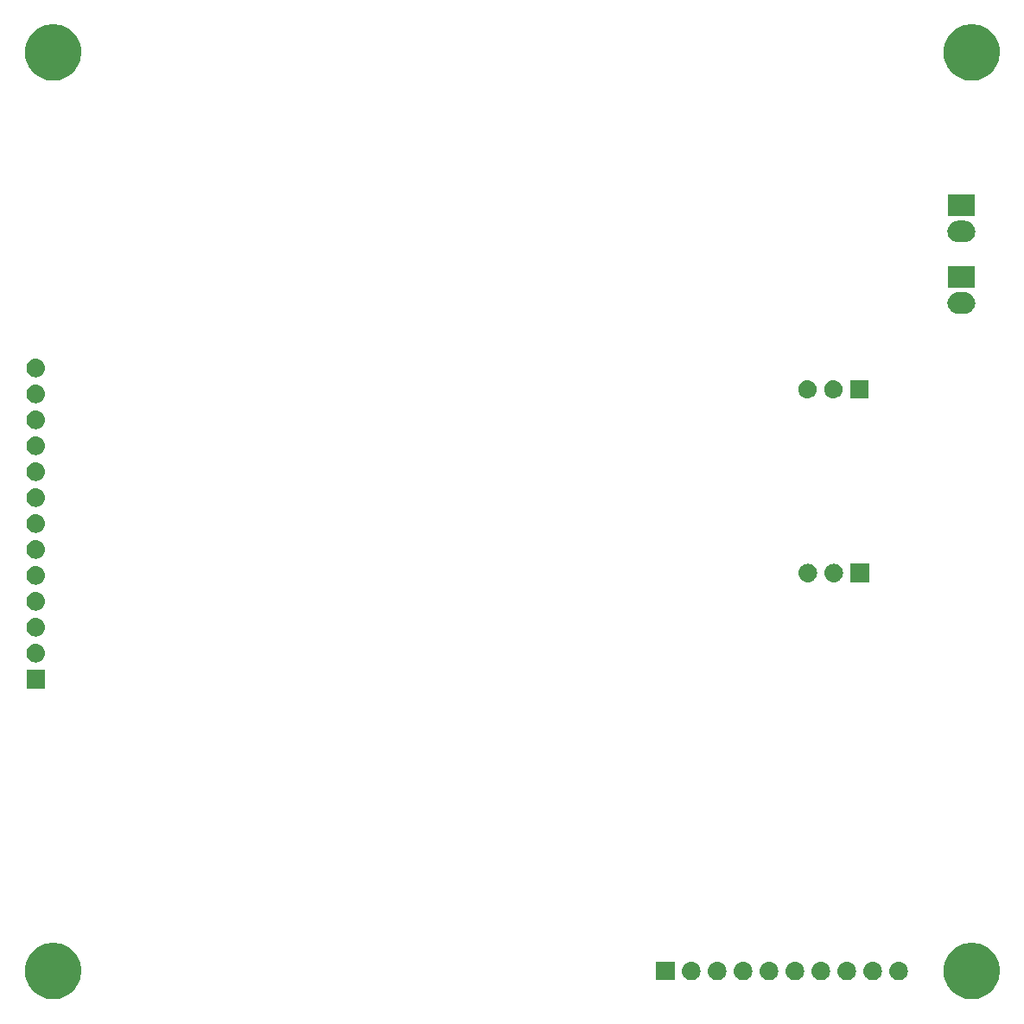
<source format=gbr>
G04 #@! TF.GenerationSoftware,KiCad,Pcbnew,5.1.0-rc2-unknown-d2d2101~82~ubuntu18.10.1*
G04 #@! TF.CreationDate,2019-03-08T15:06:41-05:00*
G04 #@! TF.ProjectId,LTC6811,4c544336-3831-4312-9e6b-696361645f70,rev?*
G04 #@! TF.SameCoordinates,Original*
G04 #@! TF.FileFunction,Soldermask,Bot*
G04 #@! TF.FilePolarity,Negative*
%FSLAX46Y46*%
G04 Gerber Fmt 4.6, Leading zero omitted, Abs format (unit mm)*
G04 Created by KiCad (PCBNEW 5.1.0-rc2-unknown-d2d2101~82~ubuntu18.10.1) date 2019-03-08 15:06:41*
%MOMM*%
%LPD*%
G04 APERTURE LIST*
%ADD10C,0.100000*%
G04 APERTURE END LIST*
D10*
G36*
X95536693Y-92301859D02*
G01*
X95802437Y-92354719D01*
X96303087Y-92562095D01*
X96483561Y-92682684D01*
X96753660Y-92863158D01*
X97136842Y-93246340D01*
X97317316Y-93516439D01*
X97437905Y-93696913D01*
X97645281Y-94197563D01*
X97655159Y-94247222D01*
X97751000Y-94729049D01*
X97751000Y-95270951D01*
X97715186Y-95451000D01*
X97645281Y-95802437D01*
X97437905Y-96303087D01*
X97381521Y-96387471D01*
X97136842Y-96753660D01*
X96753660Y-97136842D01*
X96490774Y-97312496D01*
X96303087Y-97437905D01*
X95802437Y-97645281D01*
X95536693Y-97698141D01*
X95270951Y-97751000D01*
X94729049Y-97751000D01*
X94463306Y-97698140D01*
X94197563Y-97645281D01*
X93696913Y-97437905D01*
X93509226Y-97312496D01*
X93246340Y-97136842D01*
X92863158Y-96753660D01*
X92618479Y-96387471D01*
X92562095Y-96303087D01*
X92354719Y-95802437D01*
X92284814Y-95451000D01*
X92249000Y-95270951D01*
X92249000Y-94729049D01*
X92344841Y-94247222D01*
X92354719Y-94197563D01*
X92562095Y-93696913D01*
X92682684Y-93516439D01*
X92863158Y-93246340D01*
X93246340Y-92863158D01*
X93516439Y-92682684D01*
X93696913Y-92562095D01*
X94197563Y-92354719D01*
X94463307Y-92301859D01*
X94729049Y-92249000D01*
X95270951Y-92249000D01*
X95536693Y-92301859D01*
X95536693Y-92301859D01*
G37*
G36*
X5536693Y-92301859D02*
G01*
X5802437Y-92354719D01*
X6303087Y-92562095D01*
X6483561Y-92682684D01*
X6753660Y-92863158D01*
X7136842Y-93246340D01*
X7317316Y-93516439D01*
X7437905Y-93696913D01*
X7645281Y-94197563D01*
X7655159Y-94247222D01*
X7751000Y-94729049D01*
X7751000Y-95270951D01*
X7715186Y-95451000D01*
X7645281Y-95802437D01*
X7437905Y-96303087D01*
X7381521Y-96387471D01*
X7136842Y-96753660D01*
X6753660Y-97136842D01*
X6490774Y-97312496D01*
X6303087Y-97437905D01*
X5802437Y-97645281D01*
X5536694Y-97698140D01*
X5270951Y-97751000D01*
X4729049Y-97751000D01*
X4463306Y-97698140D01*
X4197563Y-97645281D01*
X3696913Y-97437905D01*
X3509226Y-97312496D01*
X3246340Y-97136842D01*
X2863158Y-96753660D01*
X2618479Y-96387471D01*
X2562095Y-96303087D01*
X2354719Y-95802437D01*
X2284814Y-95451000D01*
X2249000Y-95270951D01*
X2249000Y-94729049D01*
X2344841Y-94247222D01*
X2354719Y-94197563D01*
X2562095Y-93696913D01*
X2682684Y-93516439D01*
X2863158Y-93246340D01*
X3246340Y-92863158D01*
X3516439Y-92682684D01*
X3696913Y-92562095D01*
X4197563Y-92354719D01*
X4463307Y-92301859D01*
X4729049Y-92249000D01*
X5270951Y-92249000D01*
X5536693Y-92301859D01*
X5536693Y-92301859D01*
G37*
G36*
X87970443Y-94105519D02*
G01*
X88036627Y-94112037D01*
X88206466Y-94163557D01*
X88362991Y-94247222D01*
X88398729Y-94276552D01*
X88500186Y-94359814D01*
X88583448Y-94461271D01*
X88612778Y-94497009D01*
X88696443Y-94653534D01*
X88747963Y-94823373D01*
X88765359Y-95000000D01*
X88747963Y-95176627D01*
X88696443Y-95346466D01*
X88612778Y-95502991D01*
X88583448Y-95538729D01*
X88500186Y-95640186D01*
X88398729Y-95723448D01*
X88362991Y-95752778D01*
X88206466Y-95836443D01*
X88036627Y-95887963D01*
X87970443Y-95894481D01*
X87904260Y-95901000D01*
X87815740Y-95901000D01*
X87749557Y-95894481D01*
X87683373Y-95887963D01*
X87513534Y-95836443D01*
X87357009Y-95752778D01*
X87321271Y-95723448D01*
X87219814Y-95640186D01*
X87136552Y-95538729D01*
X87107222Y-95502991D01*
X87023557Y-95346466D01*
X86972037Y-95176627D01*
X86954641Y-95000000D01*
X86972037Y-94823373D01*
X87023557Y-94653534D01*
X87107222Y-94497009D01*
X87136552Y-94461271D01*
X87219814Y-94359814D01*
X87321271Y-94276552D01*
X87357009Y-94247222D01*
X87513534Y-94163557D01*
X87683373Y-94112037D01*
X87749557Y-94105519D01*
X87815740Y-94099000D01*
X87904260Y-94099000D01*
X87970443Y-94105519D01*
X87970443Y-94105519D01*
G37*
G36*
X65901000Y-95901000D02*
G01*
X64099000Y-95901000D01*
X64099000Y-94099000D01*
X65901000Y-94099000D01*
X65901000Y-95901000D01*
X65901000Y-95901000D01*
G37*
G36*
X67650443Y-94105519D02*
G01*
X67716627Y-94112037D01*
X67886466Y-94163557D01*
X68042991Y-94247222D01*
X68078729Y-94276552D01*
X68180186Y-94359814D01*
X68263448Y-94461271D01*
X68292778Y-94497009D01*
X68376443Y-94653534D01*
X68427963Y-94823373D01*
X68445359Y-95000000D01*
X68427963Y-95176627D01*
X68376443Y-95346466D01*
X68292778Y-95502991D01*
X68263448Y-95538729D01*
X68180186Y-95640186D01*
X68078729Y-95723448D01*
X68042991Y-95752778D01*
X67886466Y-95836443D01*
X67716627Y-95887963D01*
X67650443Y-95894481D01*
X67584260Y-95901000D01*
X67495740Y-95901000D01*
X67429557Y-95894481D01*
X67363373Y-95887963D01*
X67193534Y-95836443D01*
X67037009Y-95752778D01*
X67001271Y-95723448D01*
X66899814Y-95640186D01*
X66816552Y-95538729D01*
X66787222Y-95502991D01*
X66703557Y-95346466D01*
X66652037Y-95176627D01*
X66634641Y-95000000D01*
X66652037Y-94823373D01*
X66703557Y-94653534D01*
X66787222Y-94497009D01*
X66816552Y-94461271D01*
X66899814Y-94359814D01*
X67001271Y-94276552D01*
X67037009Y-94247222D01*
X67193534Y-94163557D01*
X67363373Y-94112037D01*
X67429557Y-94105519D01*
X67495740Y-94099000D01*
X67584260Y-94099000D01*
X67650443Y-94105519D01*
X67650443Y-94105519D01*
G37*
G36*
X70190443Y-94105519D02*
G01*
X70256627Y-94112037D01*
X70426466Y-94163557D01*
X70582991Y-94247222D01*
X70618729Y-94276552D01*
X70720186Y-94359814D01*
X70803448Y-94461271D01*
X70832778Y-94497009D01*
X70916443Y-94653534D01*
X70967963Y-94823373D01*
X70985359Y-95000000D01*
X70967963Y-95176627D01*
X70916443Y-95346466D01*
X70832778Y-95502991D01*
X70803448Y-95538729D01*
X70720186Y-95640186D01*
X70618729Y-95723448D01*
X70582991Y-95752778D01*
X70426466Y-95836443D01*
X70256627Y-95887963D01*
X70190443Y-95894481D01*
X70124260Y-95901000D01*
X70035740Y-95901000D01*
X69969557Y-95894481D01*
X69903373Y-95887963D01*
X69733534Y-95836443D01*
X69577009Y-95752778D01*
X69541271Y-95723448D01*
X69439814Y-95640186D01*
X69356552Y-95538729D01*
X69327222Y-95502991D01*
X69243557Y-95346466D01*
X69192037Y-95176627D01*
X69174641Y-95000000D01*
X69192037Y-94823373D01*
X69243557Y-94653534D01*
X69327222Y-94497009D01*
X69356552Y-94461271D01*
X69439814Y-94359814D01*
X69541271Y-94276552D01*
X69577009Y-94247222D01*
X69733534Y-94163557D01*
X69903373Y-94112037D01*
X69969557Y-94105519D01*
X70035740Y-94099000D01*
X70124260Y-94099000D01*
X70190443Y-94105519D01*
X70190443Y-94105519D01*
G37*
G36*
X72730443Y-94105519D02*
G01*
X72796627Y-94112037D01*
X72966466Y-94163557D01*
X73122991Y-94247222D01*
X73158729Y-94276552D01*
X73260186Y-94359814D01*
X73343448Y-94461271D01*
X73372778Y-94497009D01*
X73456443Y-94653534D01*
X73507963Y-94823373D01*
X73525359Y-95000000D01*
X73507963Y-95176627D01*
X73456443Y-95346466D01*
X73372778Y-95502991D01*
X73343448Y-95538729D01*
X73260186Y-95640186D01*
X73158729Y-95723448D01*
X73122991Y-95752778D01*
X72966466Y-95836443D01*
X72796627Y-95887963D01*
X72730443Y-95894481D01*
X72664260Y-95901000D01*
X72575740Y-95901000D01*
X72509557Y-95894481D01*
X72443373Y-95887963D01*
X72273534Y-95836443D01*
X72117009Y-95752778D01*
X72081271Y-95723448D01*
X71979814Y-95640186D01*
X71896552Y-95538729D01*
X71867222Y-95502991D01*
X71783557Y-95346466D01*
X71732037Y-95176627D01*
X71714641Y-95000000D01*
X71732037Y-94823373D01*
X71783557Y-94653534D01*
X71867222Y-94497009D01*
X71896552Y-94461271D01*
X71979814Y-94359814D01*
X72081271Y-94276552D01*
X72117009Y-94247222D01*
X72273534Y-94163557D01*
X72443373Y-94112037D01*
X72509557Y-94105519D01*
X72575740Y-94099000D01*
X72664260Y-94099000D01*
X72730443Y-94105519D01*
X72730443Y-94105519D01*
G37*
G36*
X75270443Y-94105519D02*
G01*
X75336627Y-94112037D01*
X75506466Y-94163557D01*
X75662991Y-94247222D01*
X75698729Y-94276552D01*
X75800186Y-94359814D01*
X75883448Y-94461271D01*
X75912778Y-94497009D01*
X75996443Y-94653534D01*
X76047963Y-94823373D01*
X76065359Y-95000000D01*
X76047963Y-95176627D01*
X75996443Y-95346466D01*
X75912778Y-95502991D01*
X75883448Y-95538729D01*
X75800186Y-95640186D01*
X75698729Y-95723448D01*
X75662991Y-95752778D01*
X75506466Y-95836443D01*
X75336627Y-95887963D01*
X75270443Y-95894481D01*
X75204260Y-95901000D01*
X75115740Y-95901000D01*
X75049557Y-95894481D01*
X74983373Y-95887963D01*
X74813534Y-95836443D01*
X74657009Y-95752778D01*
X74621271Y-95723448D01*
X74519814Y-95640186D01*
X74436552Y-95538729D01*
X74407222Y-95502991D01*
X74323557Y-95346466D01*
X74272037Y-95176627D01*
X74254641Y-95000000D01*
X74272037Y-94823373D01*
X74323557Y-94653534D01*
X74407222Y-94497009D01*
X74436552Y-94461271D01*
X74519814Y-94359814D01*
X74621271Y-94276552D01*
X74657009Y-94247222D01*
X74813534Y-94163557D01*
X74983373Y-94112037D01*
X75049557Y-94105519D01*
X75115740Y-94099000D01*
X75204260Y-94099000D01*
X75270443Y-94105519D01*
X75270443Y-94105519D01*
G37*
G36*
X77810443Y-94105519D02*
G01*
X77876627Y-94112037D01*
X78046466Y-94163557D01*
X78202991Y-94247222D01*
X78238729Y-94276552D01*
X78340186Y-94359814D01*
X78423448Y-94461271D01*
X78452778Y-94497009D01*
X78536443Y-94653534D01*
X78587963Y-94823373D01*
X78605359Y-95000000D01*
X78587963Y-95176627D01*
X78536443Y-95346466D01*
X78452778Y-95502991D01*
X78423448Y-95538729D01*
X78340186Y-95640186D01*
X78238729Y-95723448D01*
X78202991Y-95752778D01*
X78046466Y-95836443D01*
X77876627Y-95887963D01*
X77810443Y-95894481D01*
X77744260Y-95901000D01*
X77655740Y-95901000D01*
X77589557Y-95894481D01*
X77523373Y-95887963D01*
X77353534Y-95836443D01*
X77197009Y-95752778D01*
X77161271Y-95723448D01*
X77059814Y-95640186D01*
X76976552Y-95538729D01*
X76947222Y-95502991D01*
X76863557Y-95346466D01*
X76812037Y-95176627D01*
X76794641Y-95000000D01*
X76812037Y-94823373D01*
X76863557Y-94653534D01*
X76947222Y-94497009D01*
X76976552Y-94461271D01*
X77059814Y-94359814D01*
X77161271Y-94276552D01*
X77197009Y-94247222D01*
X77353534Y-94163557D01*
X77523373Y-94112037D01*
X77589557Y-94105519D01*
X77655740Y-94099000D01*
X77744260Y-94099000D01*
X77810443Y-94105519D01*
X77810443Y-94105519D01*
G37*
G36*
X80350443Y-94105519D02*
G01*
X80416627Y-94112037D01*
X80586466Y-94163557D01*
X80742991Y-94247222D01*
X80778729Y-94276552D01*
X80880186Y-94359814D01*
X80963448Y-94461271D01*
X80992778Y-94497009D01*
X81076443Y-94653534D01*
X81127963Y-94823373D01*
X81145359Y-95000000D01*
X81127963Y-95176627D01*
X81076443Y-95346466D01*
X80992778Y-95502991D01*
X80963448Y-95538729D01*
X80880186Y-95640186D01*
X80778729Y-95723448D01*
X80742991Y-95752778D01*
X80586466Y-95836443D01*
X80416627Y-95887963D01*
X80350443Y-95894481D01*
X80284260Y-95901000D01*
X80195740Y-95901000D01*
X80129557Y-95894481D01*
X80063373Y-95887963D01*
X79893534Y-95836443D01*
X79737009Y-95752778D01*
X79701271Y-95723448D01*
X79599814Y-95640186D01*
X79516552Y-95538729D01*
X79487222Y-95502991D01*
X79403557Y-95346466D01*
X79352037Y-95176627D01*
X79334641Y-95000000D01*
X79352037Y-94823373D01*
X79403557Y-94653534D01*
X79487222Y-94497009D01*
X79516552Y-94461271D01*
X79599814Y-94359814D01*
X79701271Y-94276552D01*
X79737009Y-94247222D01*
X79893534Y-94163557D01*
X80063373Y-94112037D01*
X80129557Y-94105519D01*
X80195740Y-94099000D01*
X80284260Y-94099000D01*
X80350443Y-94105519D01*
X80350443Y-94105519D01*
G37*
G36*
X82890443Y-94105519D02*
G01*
X82956627Y-94112037D01*
X83126466Y-94163557D01*
X83282991Y-94247222D01*
X83318729Y-94276552D01*
X83420186Y-94359814D01*
X83503448Y-94461271D01*
X83532778Y-94497009D01*
X83616443Y-94653534D01*
X83667963Y-94823373D01*
X83685359Y-95000000D01*
X83667963Y-95176627D01*
X83616443Y-95346466D01*
X83532778Y-95502991D01*
X83503448Y-95538729D01*
X83420186Y-95640186D01*
X83318729Y-95723448D01*
X83282991Y-95752778D01*
X83126466Y-95836443D01*
X82956627Y-95887963D01*
X82890443Y-95894481D01*
X82824260Y-95901000D01*
X82735740Y-95901000D01*
X82669557Y-95894481D01*
X82603373Y-95887963D01*
X82433534Y-95836443D01*
X82277009Y-95752778D01*
X82241271Y-95723448D01*
X82139814Y-95640186D01*
X82056552Y-95538729D01*
X82027222Y-95502991D01*
X81943557Y-95346466D01*
X81892037Y-95176627D01*
X81874641Y-95000000D01*
X81892037Y-94823373D01*
X81943557Y-94653534D01*
X82027222Y-94497009D01*
X82056552Y-94461271D01*
X82139814Y-94359814D01*
X82241271Y-94276552D01*
X82277009Y-94247222D01*
X82433534Y-94163557D01*
X82603373Y-94112037D01*
X82669557Y-94105519D01*
X82735740Y-94099000D01*
X82824260Y-94099000D01*
X82890443Y-94105519D01*
X82890443Y-94105519D01*
G37*
G36*
X85430443Y-94105519D02*
G01*
X85496627Y-94112037D01*
X85666466Y-94163557D01*
X85822991Y-94247222D01*
X85858729Y-94276552D01*
X85960186Y-94359814D01*
X86043448Y-94461271D01*
X86072778Y-94497009D01*
X86156443Y-94653534D01*
X86207963Y-94823373D01*
X86225359Y-95000000D01*
X86207963Y-95176627D01*
X86156443Y-95346466D01*
X86072778Y-95502991D01*
X86043448Y-95538729D01*
X85960186Y-95640186D01*
X85858729Y-95723448D01*
X85822991Y-95752778D01*
X85666466Y-95836443D01*
X85496627Y-95887963D01*
X85430443Y-95894481D01*
X85364260Y-95901000D01*
X85275740Y-95901000D01*
X85209557Y-95894481D01*
X85143373Y-95887963D01*
X84973534Y-95836443D01*
X84817009Y-95752778D01*
X84781271Y-95723448D01*
X84679814Y-95640186D01*
X84596552Y-95538729D01*
X84567222Y-95502991D01*
X84483557Y-95346466D01*
X84432037Y-95176627D01*
X84414641Y-95000000D01*
X84432037Y-94823373D01*
X84483557Y-94653534D01*
X84567222Y-94497009D01*
X84596552Y-94461271D01*
X84679814Y-94359814D01*
X84781271Y-94276552D01*
X84817009Y-94247222D01*
X84973534Y-94163557D01*
X85143373Y-94112037D01*
X85209557Y-94105519D01*
X85275740Y-94099000D01*
X85364260Y-94099000D01*
X85430443Y-94105519D01*
X85430443Y-94105519D01*
G37*
G36*
X4201000Y-67301000D02*
G01*
X2399000Y-67301000D01*
X2399000Y-65499000D01*
X4201000Y-65499000D01*
X4201000Y-67301000D01*
X4201000Y-67301000D01*
G37*
G36*
X3410442Y-62965518D02*
G01*
X3476627Y-62972037D01*
X3646466Y-63023557D01*
X3802991Y-63107222D01*
X3838729Y-63136552D01*
X3940186Y-63219814D01*
X4023448Y-63321271D01*
X4052778Y-63357009D01*
X4136443Y-63513534D01*
X4187963Y-63683373D01*
X4205359Y-63860000D01*
X4187963Y-64036627D01*
X4136443Y-64206466D01*
X4052778Y-64362991D01*
X4023448Y-64398729D01*
X3940186Y-64500186D01*
X3838729Y-64583448D01*
X3802991Y-64612778D01*
X3646466Y-64696443D01*
X3476627Y-64747963D01*
X3410443Y-64754481D01*
X3344260Y-64761000D01*
X3255740Y-64761000D01*
X3189557Y-64754481D01*
X3123373Y-64747963D01*
X2953534Y-64696443D01*
X2797009Y-64612778D01*
X2761271Y-64583448D01*
X2659814Y-64500186D01*
X2576552Y-64398729D01*
X2547222Y-64362991D01*
X2463557Y-64206466D01*
X2412037Y-64036627D01*
X2394641Y-63860000D01*
X2412037Y-63683373D01*
X2463557Y-63513534D01*
X2547222Y-63357009D01*
X2576552Y-63321271D01*
X2659814Y-63219814D01*
X2761271Y-63136552D01*
X2797009Y-63107222D01*
X2953534Y-63023557D01*
X3123373Y-62972037D01*
X3189558Y-62965518D01*
X3255740Y-62959000D01*
X3344260Y-62959000D01*
X3410442Y-62965518D01*
X3410442Y-62965518D01*
G37*
G36*
X3410443Y-60425519D02*
G01*
X3476627Y-60432037D01*
X3646466Y-60483557D01*
X3802991Y-60567222D01*
X3838729Y-60596552D01*
X3940186Y-60679814D01*
X4023448Y-60781271D01*
X4052778Y-60817009D01*
X4136443Y-60973534D01*
X4187963Y-61143373D01*
X4205359Y-61320000D01*
X4187963Y-61496627D01*
X4136443Y-61666466D01*
X4052778Y-61822991D01*
X4023448Y-61858729D01*
X3940186Y-61960186D01*
X3838729Y-62043448D01*
X3802991Y-62072778D01*
X3646466Y-62156443D01*
X3476627Y-62207963D01*
X3410443Y-62214481D01*
X3344260Y-62221000D01*
X3255740Y-62221000D01*
X3189557Y-62214481D01*
X3123373Y-62207963D01*
X2953534Y-62156443D01*
X2797009Y-62072778D01*
X2761271Y-62043448D01*
X2659814Y-61960186D01*
X2576552Y-61858729D01*
X2547222Y-61822991D01*
X2463557Y-61666466D01*
X2412037Y-61496627D01*
X2394641Y-61320000D01*
X2412037Y-61143373D01*
X2463557Y-60973534D01*
X2547222Y-60817009D01*
X2576552Y-60781271D01*
X2659814Y-60679814D01*
X2761271Y-60596552D01*
X2797009Y-60567222D01*
X2953534Y-60483557D01*
X3123373Y-60432037D01*
X3189557Y-60425519D01*
X3255740Y-60419000D01*
X3344260Y-60419000D01*
X3410443Y-60425519D01*
X3410443Y-60425519D01*
G37*
G36*
X3410443Y-57885519D02*
G01*
X3476627Y-57892037D01*
X3646466Y-57943557D01*
X3802991Y-58027222D01*
X3838729Y-58056552D01*
X3940186Y-58139814D01*
X4023448Y-58241271D01*
X4052778Y-58277009D01*
X4136443Y-58433534D01*
X4187963Y-58603373D01*
X4205359Y-58780000D01*
X4187963Y-58956627D01*
X4136443Y-59126466D01*
X4052778Y-59282991D01*
X4023448Y-59318729D01*
X3940186Y-59420186D01*
X3838729Y-59503448D01*
X3802991Y-59532778D01*
X3646466Y-59616443D01*
X3476627Y-59667963D01*
X3410442Y-59674482D01*
X3344260Y-59681000D01*
X3255740Y-59681000D01*
X3189558Y-59674482D01*
X3123373Y-59667963D01*
X2953534Y-59616443D01*
X2797009Y-59532778D01*
X2761271Y-59503448D01*
X2659814Y-59420186D01*
X2576552Y-59318729D01*
X2547222Y-59282991D01*
X2463557Y-59126466D01*
X2412037Y-58956627D01*
X2394641Y-58780000D01*
X2412037Y-58603373D01*
X2463557Y-58433534D01*
X2547222Y-58277009D01*
X2576552Y-58241271D01*
X2659814Y-58139814D01*
X2761271Y-58056552D01*
X2797009Y-58027222D01*
X2953534Y-57943557D01*
X3123373Y-57892037D01*
X3189557Y-57885519D01*
X3255740Y-57879000D01*
X3344260Y-57879000D01*
X3410443Y-57885519D01*
X3410443Y-57885519D01*
G37*
G36*
X3410443Y-55345519D02*
G01*
X3476627Y-55352037D01*
X3646466Y-55403557D01*
X3802991Y-55487222D01*
X3838729Y-55516552D01*
X3940186Y-55599814D01*
X4023448Y-55701271D01*
X4052778Y-55737009D01*
X4136443Y-55893534D01*
X4187963Y-56063373D01*
X4205359Y-56240000D01*
X4187963Y-56416627D01*
X4136443Y-56586466D01*
X4052778Y-56742991D01*
X4044745Y-56752779D01*
X3940186Y-56880186D01*
X3838729Y-56963448D01*
X3802991Y-56992778D01*
X3646466Y-57076443D01*
X3476627Y-57127963D01*
X3410443Y-57134481D01*
X3344260Y-57141000D01*
X3255740Y-57141000D01*
X3189557Y-57134481D01*
X3123373Y-57127963D01*
X2953534Y-57076443D01*
X2797009Y-56992778D01*
X2761271Y-56963448D01*
X2659814Y-56880186D01*
X2555255Y-56752779D01*
X2547222Y-56742991D01*
X2463557Y-56586466D01*
X2412037Y-56416627D01*
X2394641Y-56240000D01*
X2412037Y-56063373D01*
X2463557Y-55893534D01*
X2547222Y-55737009D01*
X2576552Y-55701271D01*
X2659814Y-55599814D01*
X2761271Y-55516552D01*
X2797009Y-55487222D01*
X2953534Y-55403557D01*
X3123373Y-55352037D01*
X3189557Y-55345519D01*
X3255740Y-55339000D01*
X3344260Y-55339000D01*
X3410443Y-55345519D01*
X3410443Y-55345519D01*
G37*
G36*
X79071937Y-55105518D02*
G01*
X79138122Y-55112037D01*
X79307961Y-55163557D01*
X79464486Y-55247222D01*
X79500224Y-55276552D01*
X79601681Y-55359814D01*
X79684943Y-55461271D01*
X79714273Y-55497009D01*
X79797938Y-55653534D01*
X79849458Y-55823373D01*
X79866854Y-56000000D01*
X79849458Y-56176627D01*
X79797938Y-56346466D01*
X79714273Y-56502991D01*
X79684943Y-56538729D01*
X79601681Y-56640186D01*
X79500224Y-56723448D01*
X79464486Y-56752778D01*
X79307961Y-56836443D01*
X79138122Y-56887963D01*
X79071938Y-56894481D01*
X79005755Y-56901000D01*
X78917235Y-56901000D01*
X78851052Y-56894481D01*
X78784868Y-56887963D01*
X78615029Y-56836443D01*
X78458504Y-56752778D01*
X78422766Y-56723448D01*
X78321309Y-56640186D01*
X78238047Y-56538729D01*
X78208717Y-56502991D01*
X78125052Y-56346466D01*
X78073532Y-56176627D01*
X78056136Y-56000000D01*
X78073532Y-55823373D01*
X78125052Y-55653534D01*
X78208717Y-55497009D01*
X78238047Y-55461271D01*
X78321309Y-55359814D01*
X78422766Y-55276552D01*
X78458504Y-55247222D01*
X78615029Y-55163557D01*
X78784868Y-55112037D01*
X78851053Y-55105518D01*
X78917235Y-55099000D01*
X79005755Y-55099000D01*
X79071937Y-55105518D01*
X79071937Y-55105518D01*
G37*
G36*
X81611937Y-55105518D02*
G01*
X81678122Y-55112037D01*
X81847961Y-55163557D01*
X82004486Y-55247222D01*
X82040224Y-55276552D01*
X82141681Y-55359814D01*
X82224943Y-55461271D01*
X82254273Y-55497009D01*
X82337938Y-55653534D01*
X82389458Y-55823373D01*
X82406854Y-56000000D01*
X82389458Y-56176627D01*
X82337938Y-56346466D01*
X82254273Y-56502991D01*
X82224943Y-56538729D01*
X82141681Y-56640186D01*
X82040224Y-56723448D01*
X82004486Y-56752778D01*
X81847961Y-56836443D01*
X81678122Y-56887963D01*
X81611938Y-56894481D01*
X81545755Y-56901000D01*
X81457235Y-56901000D01*
X81391052Y-56894481D01*
X81324868Y-56887963D01*
X81155029Y-56836443D01*
X80998504Y-56752778D01*
X80962766Y-56723448D01*
X80861309Y-56640186D01*
X80778047Y-56538729D01*
X80748717Y-56502991D01*
X80665052Y-56346466D01*
X80613532Y-56176627D01*
X80596136Y-56000000D01*
X80613532Y-55823373D01*
X80665052Y-55653534D01*
X80748717Y-55497009D01*
X80778047Y-55461271D01*
X80861309Y-55359814D01*
X80962766Y-55276552D01*
X80998504Y-55247222D01*
X81155029Y-55163557D01*
X81324868Y-55112037D01*
X81391053Y-55105518D01*
X81457235Y-55099000D01*
X81545755Y-55099000D01*
X81611937Y-55105518D01*
X81611937Y-55105518D01*
G37*
G36*
X84942495Y-56901000D02*
G01*
X83140495Y-56901000D01*
X83140495Y-55099000D01*
X84942495Y-55099000D01*
X84942495Y-56901000D01*
X84942495Y-56901000D01*
G37*
G36*
X3410442Y-52805518D02*
G01*
X3476627Y-52812037D01*
X3646466Y-52863557D01*
X3802991Y-52947222D01*
X3838729Y-52976552D01*
X3940186Y-53059814D01*
X4023448Y-53161271D01*
X4052778Y-53197009D01*
X4136443Y-53353534D01*
X4187963Y-53523373D01*
X4205359Y-53700000D01*
X4187963Y-53876627D01*
X4136443Y-54046466D01*
X4052778Y-54202991D01*
X4023448Y-54238729D01*
X3940186Y-54340186D01*
X3838729Y-54423448D01*
X3802991Y-54452778D01*
X3646466Y-54536443D01*
X3476627Y-54587963D01*
X3410443Y-54594481D01*
X3344260Y-54601000D01*
X3255740Y-54601000D01*
X3189557Y-54594481D01*
X3123373Y-54587963D01*
X2953534Y-54536443D01*
X2797009Y-54452778D01*
X2761271Y-54423448D01*
X2659814Y-54340186D01*
X2576552Y-54238729D01*
X2547222Y-54202991D01*
X2463557Y-54046466D01*
X2412037Y-53876627D01*
X2394641Y-53700000D01*
X2412037Y-53523373D01*
X2463557Y-53353534D01*
X2547222Y-53197009D01*
X2576552Y-53161271D01*
X2659814Y-53059814D01*
X2761271Y-52976552D01*
X2797009Y-52947222D01*
X2953534Y-52863557D01*
X3123373Y-52812037D01*
X3189558Y-52805518D01*
X3255740Y-52799000D01*
X3344260Y-52799000D01*
X3410442Y-52805518D01*
X3410442Y-52805518D01*
G37*
G36*
X3410442Y-50265518D02*
G01*
X3476627Y-50272037D01*
X3646466Y-50323557D01*
X3802991Y-50407222D01*
X3838729Y-50436552D01*
X3940186Y-50519814D01*
X4023448Y-50621271D01*
X4052778Y-50657009D01*
X4136443Y-50813534D01*
X4187963Y-50983373D01*
X4205359Y-51160000D01*
X4187963Y-51336627D01*
X4136443Y-51506466D01*
X4052778Y-51662991D01*
X4023448Y-51698729D01*
X3940186Y-51800186D01*
X3838729Y-51883448D01*
X3802991Y-51912778D01*
X3646466Y-51996443D01*
X3476627Y-52047963D01*
X3410443Y-52054481D01*
X3344260Y-52061000D01*
X3255740Y-52061000D01*
X3189557Y-52054481D01*
X3123373Y-52047963D01*
X2953534Y-51996443D01*
X2797009Y-51912778D01*
X2761271Y-51883448D01*
X2659814Y-51800186D01*
X2576552Y-51698729D01*
X2547222Y-51662991D01*
X2463557Y-51506466D01*
X2412037Y-51336627D01*
X2394641Y-51160000D01*
X2412037Y-50983373D01*
X2463557Y-50813534D01*
X2547222Y-50657009D01*
X2576552Y-50621271D01*
X2659814Y-50519814D01*
X2761271Y-50436552D01*
X2797009Y-50407222D01*
X2953534Y-50323557D01*
X3123373Y-50272037D01*
X3189558Y-50265518D01*
X3255740Y-50259000D01*
X3344260Y-50259000D01*
X3410442Y-50265518D01*
X3410442Y-50265518D01*
G37*
G36*
X3410443Y-47725519D02*
G01*
X3476627Y-47732037D01*
X3646466Y-47783557D01*
X3802991Y-47867222D01*
X3838729Y-47896552D01*
X3940186Y-47979814D01*
X4023448Y-48081271D01*
X4052778Y-48117009D01*
X4136443Y-48273534D01*
X4187963Y-48443373D01*
X4205359Y-48620000D01*
X4187963Y-48796627D01*
X4136443Y-48966466D01*
X4052778Y-49122991D01*
X4023448Y-49158729D01*
X3940186Y-49260186D01*
X3838729Y-49343448D01*
X3802991Y-49372778D01*
X3646466Y-49456443D01*
X3476627Y-49507963D01*
X3410442Y-49514482D01*
X3344260Y-49521000D01*
X3255740Y-49521000D01*
X3189558Y-49514482D01*
X3123373Y-49507963D01*
X2953534Y-49456443D01*
X2797009Y-49372778D01*
X2761271Y-49343448D01*
X2659814Y-49260186D01*
X2576552Y-49158729D01*
X2547222Y-49122991D01*
X2463557Y-48966466D01*
X2412037Y-48796627D01*
X2394641Y-48620000D01*
X2412037Y-48443373D01*
X2463557Y-48273534D01*
X2547222Y-48117009D01*
X2576552Y-48081271D01*
X2659814Y-47979814D01*
X2761271Y-47896552D01*
X2797009Y-47867222D01*
X2953534Y-47783557D01*
X3123373Y-47732037D01*
X3189557Y-47725519D01*
X3255740Y-47719000D01*
X3344260Y-47719000D01*
X3410443Y-47725519D01*
X3410443Y-47725519D01*
G37*
G36*
X3410443Y-45185519D02*
G01*
X3476627Y-45192037D01*
X3646466Y-45243557D01*
X3802991Y-45327222D01*
X3838729Y-45356552D01*
X3940186Y-45439814D01*
X4023448Y-45541271D01*
X4052778Y-45577009D01*
X4136443Y-45733534D01*
X4187963Y-45903373D01*
X4205359Y-46080000D01*
X4187963Y-46256627D01*
X4136443Y-46426466D01*
X4052778Y-46582991D01*
X4023448Y-46618729D01*
X3940186Y-46720186D01*
X3838729Y-46803448D01*
X3802991Y-46832778D01*
X3646466Y-46916443D01*
X3476627Y-46967963D01*
X3410443Y-46974481D01*
X3344260Y-46981000D01*
X3255740Y-46981000D01*
X3189557Y-46974481D01*
X3123373Y-46967963D01*
X2953534Y-46916443D01*
X2797009Y-46832778D01*
X2761271Y-46803448D01*
X2659814Y-46720186D01*
X2576552Y-46618729D01*
X2547222Y-46582991D01*
X2463557Y-46426466D01*
X2412037Y-46256627D01*
X2394641Y-46080000D01*
X2412037Y-45903373D01*
X2463557Y-45733534D01*
X2547222Y-45577009D01*
X2576552Y-45541271D01*
X2659814Y-45439814D01*
X2761271Y-45356552D01*
X2797009Y-45327222D01*
X2953534Y-45243557D01*
X3123373Y-45192037D01*
X3189557Y-45185519D01*
X3255740Y-45179000D01*
X3344260Y-45179000D01*
X3410443Y-45185519D01*
X3410443Y-45185519D01*
G37*
G36*
X3410443Y-42645519D02*
G01*
X3476627Y-42652037D01*
X3646466Y-42703557D01*
X3802991Y-42787222D01*
X3838729Y-42816552D01*
X3940186Y-42899814D01*
X4023448Y-43001271D01*
X4052778Y-43037009D01*
X4136443Y-43193534D01*
X4187963Y-43363373D01*
X4205359Y-43540000D01*
X4187963Y-43716627D01*
X4136443Y-43886466D01*
X4052778Y-44042991D01*
X4023448Y-44078729D01*
X3940186Y-44180186D01*
X3838729Y-44263448D01*
X3802991Y-44292778D01*
X3646466Y-44376443D01*
X3476627Y-44427963D01*
X3410443Y-44434481D01*
X3344260Y-44441000D01*
X3255740Y-44441000D01*
X3189557Y-44434481D01*
X3123373Y-44427963D01*
X2953534Y-44376443D01*
X2797009Y-44292778D01*
X2761271Y-44263448D01*
X2659814Y-44180186D01*
X2576552Y-44078729D01*
X2547222Y-44042991D01*
X2463557Y-43886466D01*
X2412037Y-43716627D01*
X2394641Y-43540000D01*
X2412037Y-43363373D01*
X2463557Y-43193534D01*
X2547222Y-43037009D01*
X2576552Y-43001271D01*
X2659814Y-42899814D01*
X2761271Y-42816552D01*
X2797009Y-42787222D01*
X2953534Y-42703557D01*
X3123373Y-42652037D01*
X3189557Y-42645519D01*
X3255740Y-42639000D01*
X3344260Y-42639000D01*
X3410443Y-42645519D01*
X3410443Y-42645519D01*
G37*
G36*
X3410443Y-40105519D02*
G01*
X3476627Y-40112037D01*
X3646466Y-40163557D01*
X3802991Y-40247222D01*
X3838729Y-40276552D01*
X3940186Y-40359814D01*
X4023448Y-40461271D01*
X4052778Y-40497009D01*
X4136443Y-40653534D01*
X4187963Y-40823373D01*
X4205359Y-41000000D01*
X4187963Y-41176627D01*
X4136443Y-41346466D01*
X4052778Y-41502991D01*
X4023448Y-41538729D01*
X3940186Y-41640186D01*
X3838729Y-41723448D01*
X3802991Y-41752778D01*
X3646466Y-41836443D01*
X3476627Y-41887963D01*
X3410443Y-41894481D01*
X3344260Y-41901000D01*
X3255740Y-41901000D01*
X3189557Y-41894481D01*
X3123373Y-41887963D01*
X2953534Y-41836443D01*
X2797009Y-41752778D01*
X2761271Y-41723448D01*
X2659814Y-41640186D01*
X2576552Y-41538729D01*
X2547222Y-41502991D01*
X2463557Y-41346466D01*
X2412037Y-41176627D01*
X2394641Y-41000000D01*
X2412037Y-40823373D01*
X2463557Y-40653534D01*
X2547222Y-40497009D01*
X2576552Y-40461271D01*
X2659814Y-40359814D01*
X2761271Y-40276552D01*
X2797009Y-40247222D01*
X2953534Y-40163557D01*
X3123373Y-40112037D01*
X3189557Y-40105519D01*
X3255740Y-40099000D01*
X3344260Y-40099000D01*
X3410443Y-40105519D01*
X3410443Y-40105519D01*
G37*
G36*
X3410443Y-37565519D02*
G01*
X3476627Y-37572037D01*
X3646466Y-37623557D01*
X3802991Y-37707222D01*
X3838729Y-37736552D01*
X3940186Y-37819814D01*
X4023448Y-37921271D01*
X4052778Y-37957009D01*
X4136443Y-38113534D01*
X4187963Y-38283373D01*
X4205359Y-38460000D01*
X4187963Y-38636627D01*
X4136443Y-38806466D01*
X4052778Y-38962991D01*
X4023448Y-38998729D01*
X3940186Y-39100186D01*
X3838729Y-39183448D01*
X3802991Y-39212778D01*
X3646466Y-39296443D01*
X3476627Y-39347963D01*
X3410443Y-39354481D01*
X3344260Y-39361000D01*
X3255740Y-39361000D01*
X3189557Y-39354481D01*
X3123373Y-39347963D01*
X2953534Y-39296443D01*
X2797009Y-39212778D01*
X2761271Y-39183448D01*
X2659814Y-39100186D01*
X2576552Y-38998729D01*
X2547222Y-38962991D01*
X2463557Y-38806466D01*
X2412037Y-38636627D01*
X2394641Y-38460000D01*
X2412037Y-38283373D01*
X2463557Y-38113534D01*
X2547222Y-37957009D01*
X2576552Y-37921271D01*
X2659814Y-37819814D01*
X2761271Y-37736552D01*
X2797009Y-37707222D01*
X2953534Y-37623557D01*
X3123373Y-37572037D01*
X3189557Y-37565519D01*
X3255740Y-37559000D01*
X3344260Y-37559000D01*
X3410443Y-37565519D01*
X3410443Y-37565519D01*
G37*
G36*
X84901000Y-38901000D02*
G01*
X83099000Y-38901000D01*
X83099000Y-37099000D01*
X84901000Y-37099000D01*
X84901000Y-38901000D01*
X84901000Y-38901000D01*
G37*
G36*
X81570443Y-37105519D02*
G01*
X81636627Y-37112037D01*
X81806466Y-37163557D01*
X81962991Y-37247222D01*
X81998729Y-37276552D01*
X82100186Y-37359814D01*
X82183448Y-37461271D01*
X82212778Y-37497009D01*
X82296443Y-37653534D01*
X82347963Y-37823373D01*
X82365359Y-38000000D01*
X82347963Y-38176627D01*
X82296443Y-38346466D01*
X82212778Y-38502991D01*
X82183448Y-38538729D01*
X82100186Y-38640186D01*
X81998729Y-38723448D01*
X81962991Y-38752778D01*
X81806466Y-38836443D01*
X81636627Y-38887963D01*
X81570443Y-38894481D01*
X81504260Y-38901000D01*
X81415740Y-38901000D01*
X81349557Y-38894481D01*
X81283373Y-38887963D01*
X81113534Y-38836443D01*
X80957009Y-38752778D01*
X80921271Y-38723448D01*
X80819814Y-38640186D01*
X80736552Y-38538729D01*
X80707222Y-38502991D01*
X80623557Y-38346466D01*
X80572037Y-38176627D01*
X80554641Y-38000000D01*
X80572037Y-37823373D01*
X80623557Y-37653534D01*
X80707222Y-37497009D01*
X80736552Y-37461271D01*
X80819814Y-37359814D01*
X80921271Y-37276552D01*
X80957009Y-37247222D01*
X81113534Y-37163557D01*
X81283373Y-37112037D01*
X81349557Y-37105519D01*
X81415740Y-37099000D01*
X81504260Y-37099000D01*
X81570443Y-37105519D01*
X81570443Y-37105519D01*
G37*
G36*
X79030443Y-37105519D02*
G01*
X79096627Y-37112037D01*
X79266466Y-37163557D01*
X79422991Y-37247222D01*
X79458729Y-37276552D01*
X79560186Y-37359814D01*
X79643448Y-37461271D01*
X79672778Y-37497009D01*
X79756443Y-37653534D01*
X79807963Y-37823373D01*
X79825359Y-38000000D01*
X79807963Y-38176627D01*
X79756443Y-38346466D01*
X79672778Y-38502991D01*
X79643448Y-38538729D01*
X79560186Y-38640186D01*
X79458729Y-38723448D01*
X79422991Y-38752778D01*
X79266466Y-38836443D01*
X79096627Y-38887963D01*
X79030443Y-38894481D01*
X78964260Y-38901000D01*
X78875740Y-38901000D01*
X78809557Y-38894481D01*
X78743373Y-38887963D01*
X78573534Y-38836443D01*
X78417009Y-38752778D01*
X78381271Y-38723448D01*
X78279814Y-38640186D01*
X78196552Y-38538729D01*
X78167222Y-38502991D01*
X78083557Y-38346466D01*
X78032037Y-38176627D01*
X78014641Y-38000000D01*
X78032037Y-37823373D01*
X78083557Y-37653534D01*
X78167222Y-37497009D01*
X78196552Y-37461271D01*
X78279814Y-37359814D01*
X78381271Y-37276552D01*
X78417009Y-37247222D01*
X78573534Y-37163557D01*
X78743373Y-37112037D01*
X78809557Y-37105519D01*
X78875740Y-37099000D01*
X78964260Y-37099000D01*
X79030443Y-37105519D01*
X79030443Y-37105519D01*
G37*
G36*
X3410443Y-35025519D02*
G01*
X3476627Y-35032037D01*
X3646466Y-35083557D01*
X3802991Y-35167222D01*
X3838729Y-35196552D01*
X3940186Y-35279814D01*
X4023448Y-35381271D01*
X4052778Y-35417009D01*
X4136443Y-35573534D01*
X4187963Y-35743373D01*
X4205359Y-35920000D01*
X4187963Y-36096627D01*
X4136443Y-36266466D01*
X4052778Y-36422991D01*
X4023448Y-36458729D01*
X3940186Y-36560186D01*
X3838729Y-36643448D01*
X3802991Y-36672778D01*
X3646466Y-36756443D01*
X3476627Y-36807963D01*
X3410443Y-36814481D01*
X3344260Y-36821000D01*
X3255740Y-36821000D01*
X3189557Y-36814481D01*
X3123373Y-36807963D01*
X2953534Y-36756443D01*
X2797009Y-36672778D01*
X2761271Y-36643448D01*
X2659814Y-36560186D01*
X2576552Y-36458729D01*
X2547222Y-36422991D01*
X2463557Y-36266466D01*
X2412037Y-36096627D01*
X2394641Y-35920000D01*
X2412037Y-35743373D01*
X2463557Y-35573534D01*
X2547222Y-35417009D01*
X2576552Y-35381271D01*
X2659814Y-35279814D01*
X2761271Y-35196552D01*
X2797009Y-35167222D01*
X2953534Y-35083557D01*
X3123373Y-35032037D01*
X3189557Y-35025519D01*
X3255740Y-35019000D01*
X3344260Y-35019000D01*
X3410443Y-35025519D01*
X3410443Y-35025519D01*
G37*
G36*
X94403097Y-28494069D02*
G01*
X94506032Y-28504207D01*
X94704146Y-28564305D01*
X94704149Y-28564306D01*
X94800975Y-28616061D01*
X94886729Y-28661897D01*
X95046765Y-28793235D01*
X95178103Y-28953271D01*
X95223939Y-29039025D01*
X95275694Y-29135851D01*
X95275695Y-29135854D01*
X95335793Y-29333968D01*
X95356085Y-29540000D01*
X95335793Y-29746032D01*
X95275695Y-29944146D01*
X95275694Y-29944149D01*
X95223939Y-30040975D01*
X95178103Y-30126729D01*
X95046765Y-30286765D01*
X94886729Y-30418103D01*
X94800975Y-30463939D01*
X94704149Y-30515694D01*
X94704146Y-30515695D01*
X94506032Y-30575793D01*
X94403097Y-30585931D01*
X94351631Y-30591000D01*
X93648369Y-30591000D01*
X93596903Y-30585931D01*
X93493968Y-30575793D01*
X93295854Y-30515695D01*
X93295851Y-30515694D01*
X93199025Y-30463939D01*
X93113271Y-30418103D01*
X92953235Y-30286765D01*
X92821897Y-30126729D01*
X92776061Y-30040975D01*
X92724306Y-29944149D01*
X92724305Y-29944146D01*
X92664207Y-29746032D01*
X92643915Y-29540000D01*
X92664207Y-29333968D01*
X92724305Y-29135854D01*
X92724306Y-29135851D01*
X92776061Y-29039025D01*
X92821897Y-28953271D01*
X92953235Y-28793235D01*
X93113271Y-28661897D01*
X93199025Y-28616061D01*
X93295851Y-28564306D01*
X93295854Y-28564305D01*
X93493968Y-28504207D01*
X93596903Y-28494069D01*
X93648369Y-28489000D01*
X94351631Y-28489000D01*
X94403097Y-28494069D01*
X94403097Y-28494069D01*
G37*
G36*
X95351000Y-28051000D02*
G01*
X92649000Y-28051000D01*
X92649000Y-25949000D01*
X95351000Y-25949000D01*
X95351000Y-28051000D01*
X95351000Y-28051000D01*
G37*
G36*
X94403097Y-21494069D02*
G01*
X94506032Y-21504207D01*
X94704146Y-21564305D01*
X94704149Y-21564306D01*
X94800975Y-21616061D01*
X94886729Y-21661897D01*
X95046765Y-21793235D01*
X95178103Y-21953271D01*
X95223939Y-22039025D01*
X95275694Y-22135851D01*
X95275695Y-22135854D01*
X95335793Y-22333968D01*
X95356085Y-22540000D01*
X95335793Y-22746032D01*
X95275695Y-22944146D01*
X95275694Y-22944149D01*
X95223939Y-23040975D01*
X95178103Y-23126729D01*
X95046765Y-23286765D01*
X94886729Y-23418103D01*
X94800975Y-23463939D01*
X94704149Y-23515694D01*
X94704146Y-23515695D01*
X94506032Y-23575793D01*
X94403097Y-23585931D01*
X94351631Y-23591000D01*
X93648369Y-23591000D01*
X93596903Y-23585931D01*
X93493968Y-23575793D01*
X93295854Y-23515695D01*
X93295851Y-23515694D01*
X93199025Y-23463939D01*
X93113271Y-23418103D01*
X92953235Y-23286765D01*
X92821897Y-23126729D01*
X92776061Y-23040975D01*
X92724306Y-22944149D01*
X92724305Y-22944146D01*
X92664207Y-22746032D01*
X92643915Y-22540000D01*
X92664207Y-22333968D01*
X92724305Y-22135854D01*
X92724306Y-22135851D01*
X92776061Y-22039025D01*
X92821897Y-21953271D01*
X92953235Y-21793235D01*
X93113271Y-21661897D01*
X93199025Y-21616061D01*
X93295851Y-21564306D01*
X93295854Y-21564305D01*
X93493968Y-21504207D01*
X93596903Y-21494069D01*
X93648369Y-21489000D01*
X94351631Y-21489000D01*
X94403097Y-21494069D01*
X94403097Y-21494069D01*
G37*
G36*
X95351000Y-21051000D02*
G01*
X92649000Y-21051000D01*
X92649000Y-18949000D01*
X95351000Y-18949000D01*
X95351000Y-21051000D01*
X95351000Y-21051000D01*
G37*
G36*
X95536694Y-2301860D02*
G01*
X95802437Y-2354719D01*
X96303087Y-2562095D01*
X96483561Y-2682684D01*
X96753660Y-2863158D01*
X97136842Y-3246340D01*
X97317316Y-3516439D01*
X97437905Y-3696913D01*
X97571363Y-4019109D01*
X97645281Y-4197564D01*
X97751000Y-4729049D01*
X97751000Y-5270951D01*
X97715186Y-5451000D01*
X97645281Y-5802437D01*
X97437905Y-6303087D01*
X97381521Y-6387471D01*
X97136842Y-6753660D01*
X96753660Y-7136842D01*
X96490774Y-7312496D01*
X96303087Y-7437905D01*
X95802437Y-7645281D01*
X95536694Y-7698140D01*
X95270951Y-7751000D01*
X94729049Y-7751000D01*
X94463306Y-7698140D01*
X94197563Y-7645281D01*
X93696913Y-7437905D01*
X93509226Y-7312496D01*
X93246340Y-7136842D01*
X92863158Y-6753660D01*
X92618479Y-6387471D01*
X92562095Y-6303087D01*
X92354719Y-5802437D01*
X92284814Y-5451000D01*
X92249000Y-5270951D01*
X92249000Y-4729049D01*
X92354719Y-4197564D01*
X92428637Y-4019109D01*
X92562095Y-3696913D01*
X92682684Y-3516439D01*
X92863158Y-3246340D01*
X93246340Y-2863158D01*
X93516439Y-2682684D01*
X93696913Y-2562095D01*
X94197563Y-2354719D01*
X94463306Y-2301860D01*
X94729049Y-2249000D01*
X95270951Y-2249000D01*
X95536694Y-2301860D01*
X95536694Y-2301860D01*
G37*
G36*
X5536694Y-2301860D02*
G01*
X5802437Y-2354719D01*
X6303087Y-2562095D01*
X6483561Y-2682684D01*
X6753660Y-2863158D01*
X7136842Y-3246340D01*
X7317316Y-3516439D01*
X7437905Y-3696913D01*
X7571363Y-4019109D01*
X7645281Y-4197564D01*
X7751000Y-4729049D01*
X7751000Y-5270951D01*
X7715186Y-5451000D01*
X7645281Y-5802437D01*
X7437905Y-6303087D01*
X7381521Y-6387471D01*
X7136842Y-6753660D01*
X6753660Y-7136842D01*
X6490774Y-7312496D01*
X6303087Y-7437905D01*
X5802437Y-7645281D01*
X5536694Y-7698140D01*
X5270951Y-7751000D01*
X4729049Y-7751000D01*
X4463306Y-7698140D01*
X4197563Y-7645281D01*
X3696913Y-7437905D01*
X3509226Y-7312496D01*
X3246340Y-7136842D01*
X2863158Y-6753660D01*
X2618479Y-6387471D01*
X2562095Y-6303087D01*
X2354719Y-5802437D01*
X2284814Y-5451000D01*
X2249000Y-5270951D01*
X2249000Y-4729049D01*
X2354719Y-4197564D01*
X2428637Y-4019109D01*
X2562095Y-3696913D01*
X2682684Y-3516439D01*
X2863158Y-3246340D01*
X3246340Y-2863158D01*
X3516439Y-2682684D01*
X3696913Y-2562095D01*
X4197563Y-2354719D01*
X4463306Y-2301860D01*
X4729049Y-2249000D01*
X5270951Y-2249000D01*
X5536694Y-2301860D01*
X5536694Y-2301860D01*
G37*
M02*

</source>
